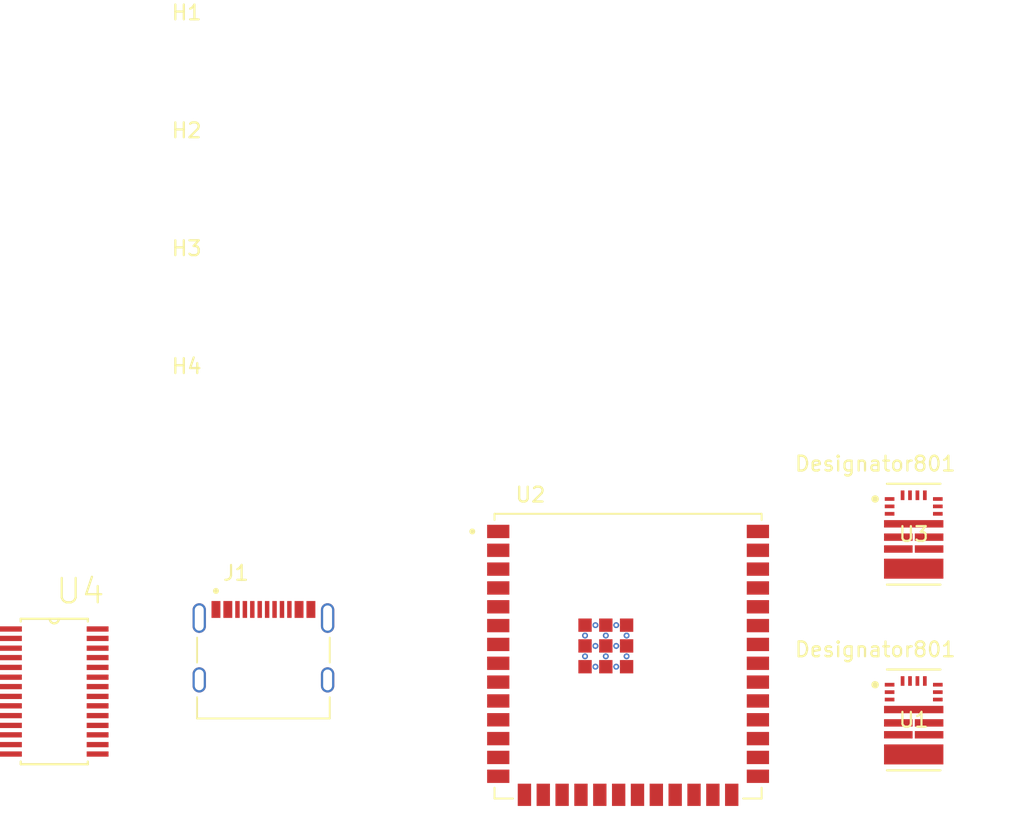
<source format=kicad_pcb>
(kicad_pcb (version 20241229) (generator "pcbnew") (generator_version "9.0")
  (layers (0 "F.Cu" signal) (4 "In1.Cu" signal) (6 "In2.Cu" signal) (2 "B.Cu" signal) (13 "F.Paste" user) (15 "B.Paste" user) (5 "F.SilkS" user "F.Silkscreen") (7 "B.SilkS" user "B.Silkscreen") (1 "F.Mask" user) (3 "B.Mask" user) (25 "Edge.Cuts" user))
  (net 0 "")
  (net 83 "Net-(J1-SHIELD-PadS1)")
  (net 85 "Net-(J1-VBUS-PadA4_B9)")
  (net 88 "Net-(J1-GND-PadA1_B12)")
  (footprint "DRV8245H-Q1:RXZ0016A-MFG" (layer "F.Cu") (at 103.5 71.675001)
    (property "Reference" "U3" (at 0 0 0) (layer "F.SilkS"))
    (property "Value" "DRV8245HQRXZRQ1")
    (fp_line (start -1.799999 -3.400001) (end 1.799999 -3.400001) (stroke (width 0.15)) (layer "F.SilkS"))
    (fp_line (start -1.799999 3.400001) (end 1.799999 3.400001) (stroke (width 0.15)) (layer "F.SilkS"))
    (fp_circle (center -2.6 -2.374999) (end -2.474999 -2.374999) (stroke (width 0.25)) (fill no) (layer "F.SilkS"))
    (fp_text user "Designator801" (at -2.5908 -4.7498 0) (layer "F.SilkS"))
    (pad "1" smd rect (at -1.625001 -2.374999 90) (size 0.249999 0.650001) (layers "F.Cu" "F.Mask" "F.Paste"))
    (pad "2" smd rect (at -1.625001 -1.875 90) (size 0.249999 0.650001) (layers "F.Cu" "F.Mask" "F.Paste"))
    (pad "3" smd rect (at -1.625001 -1.375001 90) (size 0.249999 0.650001) (layers "F.Cu" "F.Mask" "F.Paste"))
    (pad "4" smd rect (at 0 -0.700001) (size 4 0.499999) (layers "F.Cu"))
    (pad "5" smd rect (at -1.037501 0.2) (size 1.925 0.499999) (layers "F.Cu"))
    (pad "6" smd rect (at -1.037501 1.000001) (size 1.925 0.499999) (layers "F.Cu"))
    (pad "7" smd rect (at 0 2.324999) (size 4 1.35) (layers "F.Cu"))
    (pad "8" smd rect (at 1.037501 1.000001) (size 1.925 0.499999) (layers "F.Cu"))
    (pad "9" smd rect (at 1.037501 0.2) (size 1.925 0.499999) (layers "F.Cu"))
    (pad "10" smd rect (at 1.625001 -1.375001 90) (size 0.249999 0.650001) (layers "F.Cu" "F.Mask" "F.Paste"))
    (pad "11" smd rect (at 1.625001 -1.875 90) (size 0.249999 0.650001) (layers "F.Cu" "F.Mask" "F.Paste"))
    (pad "12" smd rect (at 1.625001 -2.374999 90) (size 0.249999 0.650001) (layers "F.Cu" "F.Mask" "F.Paste"))
    (pad "13" smd rect (at 0.750001 -2.625001) (size 0.249999 0.650001) (layers "F.Cu" "F.Mask" "F.Paste"))
    (pad "14" smd rect (at 0.25 -2.625001) (size 0.249999 0.650001) (layers "F.Cu" "F.Mask" "F.Paste"))
    (pad "15" smd rect (at -0.25 -2.625001) (size 0.249999 0.650001) (layers "F.Cu" "F.Mask" "F.Paste"))
    (pad "16" smd rect (at -0.750001 -2.625001) (size 0.249999 0.650001) (layers "F.Cu" "F.Mask" "F.Paste"))
  )
  (footprint "MountingHole:MountingHole_3.2mm_M3" (layer "F.Cu") (at 54.5 40.65)
    (property "Reference" "H1" (at 0 -4.15 0) (layer "F.SilkS"))
    (property "Value" "MountingHole")
    (pad "" np_thru_hole circle (at 0 0) (size 3.2 3.2) (drill 3.2) (layers "*.Cu" "*.Mask"))
  )
  (footprint "DRV8245H-Q1:RXZ0016A-MFG" (layer "F.Cu") (at 103.5 84.200001)
    (property "Reference" "U1" (at 0 0 0) (layer "F.SilkS"))
    (property "Value" "DRV8245HQRXZRQ1")
    (fp_line (start -1.799999 -3.400001) (end 1.799999 -3.400001) (stroke (width 0.15)) (layer "F.SilkS"))
    (fp_line (start -1.799999 3.400001) (end 1.799999 3.400001) (stroke (width 0.15)) (layer "F.SilkS"))
    (fp_circle (center -2.6 -2.374999) (end -2.474999 -2.374999) (stroke (width 0.25)) (fill no) (layer "F.SilkS"))
    (fp_text user "Designator801" (at -2.5908 -4.7498 0) (layer "F.SilkS"))
    (pad "1" smd rect (at -1.625001 -2.374999 90) (size 0.249999 0.650001) (layers "F.Cu" "F.Mask" "F.Paste"))
    (pad "2" smd rect (at -1.625001 -1.875 90) (size 0.249999 0.650001) (layers "F.Cu" "F.Mask" "F.Paste"))
    (pad "3" smd rect (at -1.625001 -1.375001 90) (size 0.249999 0.650001) (layers "F.Cu" "F.Mask" "F.Paste"))
    (pad "4" smd rect (at 0 -0.700001) (size 4 0.499999) (layers "F.Cu"))
    (pad "5" smd rect (at -1.037501 0.2) (size 1.925 0.499999) (layers "F.Cu"))
    (pad "6" smd rect (at -1.037501 1.000001) (size 1.925 0.499999) (layers "F.Cu"))
    (pad "7" smd rect (at 0 2.324999) (size 4 1.35) (layers "F.Cu"))
    (pad "8" smd rect (at 1.037501 1.000001) (size 1.925 0.499999) (layers "F.Cu"))
    (pad "9" smd rect (at 1.037501 0.2) (size 1.925 0.499999) (layers "F.Cu"))
    (pad "10" smd rect (at 1.625001 -1.375001 90) (size 0.249999 0.650001) (layers "F.Cu" "F.Mask" "F.Paste"))
    (pad "11" smd rect (at 1.625001 -1.875 90) (size 0.249999 0.650001) (layers "F.Cu" "F.Mask" "F.Paste"))
    (pad "12" smd rect (at 1.625001 -2.374999 90) (size 0.249999 0.650001) (layers "F.Cu" "F.Mask" "F.Paste"))
    (pad "13" smd rect (at 0.750001 -2.625001) (size 0.249999 0.650001) (layers "F.Cu" "F.Mask" "F.Paste"))
    (pad "14" smd rect (at 0.25 -2.625001) (size 0.249999 0.650001) (layers "F.Cu" "F.Mask" "F.Paste"))
    (pad "15" smd rect (at -0.25 -2.625001) (size 0.249999 0.650001) (layers "F.Cu" "F.Mask" "F.Paste"))
    (pad "16" smd rect (at -0.750001 -2.625001) (size 0.249999 0.650001) (layers "F.Cu" "F.Mask" "F.Paste"))
  )
  (footprint "MountingHole:MountingHole_3.2mm_M3" (layer "F.Cu") (at 54.5 48.6)
    (property "Reference" "H2" (at 0 -4.15 0) (layer "F.SilkS"))
    (property "Value" "MountingHole")
    (pad "" np_thru_hole circle (at 0 0) (size 3.2 3.2) (drill 3.2) (layers "*.Cu" "*.Mask"))
  )
  (footprint "Type C Connector:HRO_TYPE-C-31-M-12" (layer "F.Cu") (at 59.675 81.5)
    (property "Reference" "J1" (at -1.85 -7.205 0) (layer "F.SilkS"))
    (property "Value" "TYPE-C-31-M-12")
    (fp_line (start -4.47 -2.85) (end -4.47 -1.17) (stroke (width 0.127)) (layer "F.SilkS"))
    (fp_line (start -4.47 2.6) (end -4.47 1.17) (stroke (width 0.127)) (layer "F.SilkS"))
    (fp_line (start -4.47 2.6) (end 4.47 2.6) (stroke (width 0.127)) (layer "F.SilkS"))
    (fp_line (start 4.47 -2.85) (end 4.47 -1.17) (stroke (width 0.127)) (layer "F.SilkS"))
    (fp_line (start 4.47 2.6) (end 4.47 1.17) (stroke (width 0.127)) (layer "F.SilkS"))
    (fp_circle (center -3.2 -6) (end -3.1 -6) (stroke (width 0.2)) (fill no) (layer "F.SilkS"))
    (pad "" np_thru_hole circle (at -2.89 -3.68) (size 0.6 0.6) (drill 0.6) (layers "*.Cu" "*.Mask"))
    (pad "" np_thru_hole circle (at 2.89 -3.68) (size 0.6 0.6) (drill 0.6) (layers "*.Cu" "*.Mask"))
    (pad "A1_B12" smd rect (at -3.2 -4.75) (size 0.6 1.14) (layers "F.Cu" "F.Paste") (net 88 "Net-(J1-GND-PadA1_B12)"))
    (pad "A4_B9" smd rect (at -2.4 -4.75) (size 0.6 1.14) (layers "F.Cu" "F.Paste") (net 85 "Net-(J1-VBUS-PadA4_B9)"))
    (pad "A5" smd rect (at -1.25 -4.75) (size 0.3 1.14) (layers "F.Cu" "F.Paste"))
    (pad "A6" smd rect (at -0.25 -4.75) (size 0.3 1.14) (layers "F.Cu" "F.Paste"))
    (pad "A7" smd rect (at 0.25 -4.75) (size 0.3 1.14) (layers "F.Cu" "F.Paste"))
    (pad "A8" smd rect (at 1.25 -4.75) (size 0.3 1.14) (layers "F.Cu" "F.Paste"))
    (pad "B1_A12" smd rect (at 3.2 -4.75) (size 0.6 1.14) (layers "F.Cu" "F.Paste") (net 88 "Net-(J1-GND-PadA1_B12)"))
    (pad "B4_A9" smd rect (at 2.4 -4.75) (size 0.6 1.14) (layers "F.Cu" "F.Paste") (net 85 "Net-(J1-VBUS-PadA4_B9)"))
    (pad "B5" smd rect (at 1.75 -4.75) (size 0.3 1.14) (layers "F.Cu" "F.Paste"))
    (pad "B6" smd rect (at 0.75 -4.75) (size 0.3 1.14) (layers "F.Cu" "F.Paste"))
    (pad "B7" smd rect (at -0.75 -4.75) (size 0.3 1.14) (layers "F.Cu" "F.Paste"))
    (pad "B8" smd rect (at -1.75 -4.75) (size 0.3 1.14) (layers "F.Cu" "F.Paste"))
    (pad "S1" thru_hole oval (at -4.325 -4.17) (size 0.9 2) (drill oval 0.6 1.7) (layers "*.Cu" "*.Mask") (net 83 "Net-(J1-SHIELD-PadS1)"))
    (pad "S2" thru_hole oval (at 4.325 -4.17) (size 0.9 2) (drill oval 0.6 1.7) (layers "*.Cu" "*.Mask") (net 83 "Net-(J1-SHIELD-PadS1)"))
    (pad "S3" thru_hole oval (at -4.325 0) (size 0.9 1.7) (drill oval 0.6 1.4) (layers "*.Cu" "*.Mask") (net 83 "Net-(J1-SHIELD-PadS1)"))
    (pad "S4" thru_hole oval (at 4.325 0) (size 0.9 1.7) (drill oval 0.6 1.4) (layers "*.Cu" "*.Mask") (net 83 "Net-(J1-SHIELD-PadS1)"))
  )
  (footprint "MountingHole:MountingHole_3.2mm_M3" (layer "F.Cu") (at 54.5 64.5)
    (property "Reference" "H4" (at 0 -4.15 0) (layer "F.SilkS"))
    (property "Value" "MountingHole")
    (pad "" np_thru_hole circle (at 0 0) (size 3.2 3.2) (drill 3.2) (layers "*.Cu" "*.Mask"))
  )
  (footprint "MountingHole:MountingHole_3.2mm_M3" (layer "F.Cu") (at 54.5 56.55)
    (property "Reference" "H3" (at 0 -4.15 0) (layer "F.SilkS"))
    (property "Value" "MountingHole")
    (pad "" np_thru_hole circle (at 0 0) (size 3.2 3.2) (drill 3.2) (layers "*.Cu" "*.Mask"))
  )
  (footprint "PCA9685 PWM Servo Driver:SOP65P640X110-28N" (layer "F.Cu") (at 45.579 82.2836)
    (property "Reference" "U4" (at 1.75556 -6.76773 0) (layer "F.SilkS") (effects (font (size 1.642756 1.642756))))
    (property "Value" "PCA9685PW_118")
    (fp_line (start -2.2606 -4.9022) (end -2.2606 -4.7244) (stroke (width 0.1524)) (layer "F.SilkS"))
    (fp_line (start -2.2606 4.7244) (end -2.2606 4.9022) (stroke (width 0.1524)) (layer "F.SilkS"))
    (fp_line (start -2.2606 4.9022) (end 2.2606 4.9022) (stroke (width 0.1524)) (layer "F.SilkS"))
    (fp_line (start -0.3048 -4.9022) (end -2.2606 -4.9022) (stroke (width 0.1524)) (layer "F.SilkS"))
    (fp_line (start 0.3048 -4.9022) (end -0.3048 -4.9022) (stroke (width 0.1524)) (layer "F.SilkS"))
    (fp_line (start 2.2606 -4.9022) (end 0.3048 -4.9022) (stroke (width 0.1524)) (layer "F.SilkS"))
    (fp_line (start 2.2606 -4.7244) (end 2.2606 -4.9022) (stroke (width 0.1524)) (layer "F.SilkS"))
    (fp_line (start 2.2606 4.9022) (end 2.2606 4.7244) (stroke (width 0.1524)) (layer "F.SilkS"))
    (fp_arc (start 0.3048 -4.9022) (mid 0 -4.5974) (end -0.3048 -4.9022) (stroke (width 0.1524)) (layer "F.SilkS"))
    (pad "1" smd rect (at -2.921 -4.2164) (size 1.4732 0.3556) (layers "F.Cu" "F.Mask" "F.Paste"))
    (pad "2" smd rect (at -2.921 -3.5814) (size 1.4732 0.3556) (layers "F.Cu" "F.Mask" "F.Paste"))
    (pad "3" smd rect (at -2.921 -2.921) (size 1.4732 0.3556) (layers "F.Cu" "F.Mask" "F.Paste"))
    (pad "4" smd rect (at -2.921 -2.286) (size 1.4732 0.3556) (layers "F.Cu" "F.Mask" "F.Paste"))
    (pad "5" smd rect (at -2.921 -1.6256) (size 1.4732 0.3556) (layers "F.Cu" "F.Mask" "F.Paste"))
    (pad "6" smd rect (at -2.921 -0.9652) (size 1.4732 0.3556) (layers "F.Cu" "F.Mask" "F.Paste"))
    (pad "7" smd rect (at -2.921 -0.3302) (size 1.4732 0.3556) (layers "F.Cu" "F.Mask" "F.Paste"))
    (pad "8" smd rect (at -2.921 0.3302) (size 1.4732 0.3556) (layers "F.Cu" "F.Mask" "F.Paste"))
    (pad "9" smd rect (at -2.921 0.9652) (size 1.4732 0.3556) (layers "F.Cu" "F.Mask" "F.Paste"))
    (pad "10" smd rect (at -2.921 1.6256) (size 1.4732 0.3556) (layers "F.Cu" "F.Mask" "F.Paste"))
    (pad "11" smd rect (at -2.921 2.286) (size 1.4732 0.3556) (layers "F.Cu" "F.Mask" "F.Paste"))
    (pad "12" smd rect (at -2.921 2.921) (size 1.4732 0.3556) (layers "F.Cu" "F.Mask" "F.Paste"))
    (pad "13" smd rect (at -2.921 3.5814) (size 1.4732 0.3556) (layers "F.Cu" "F.Mask" "F.Paste"))
    (pad "14" smd rect (at -2.921 4.2164) (size 1.4732 0.3556) (layers "F.Cu" "F.Mask" "F.Paste"))
    (pad "15" smd rect (at 2.921 4.2164) (size 1.4732 0.3556) (layers "F.Cu" "F.Mask" "F.Paste"))
    (pad "16" smd rect (at 2.921 3.5814) (size 1.4732 0.3556) (layers "F.Cu" "F.Mask" "F.Paste"))
    (pad "17" smd rect (at 2.921 2.921) (size 1.4732 0.3556) (layers "F.Cu" "F.Mask" "F.Paste"))
    (pad "18" smd rect (at 2.921 2.286) (size 1.4732 0.3556) (layers "F.Cu" "F.Mask" "F.Paste"))
    (pad "19" smd rect (at 2.921 1.6256) (size 1.4732 0.3556) (layers "F.Cu" "F.Mask" "F.Paste"))
    (pad "20" smd rect (at 2.921 0.9652) (size 1.4732 0.3556) (layers "F.Cu" "F.Mask" "F.Paste"))
    (pad "21" smd rect (at 2.921 0.3302) (size 1.4732 0.3556) (layers "F.Cu" "F.Mask" "F.Paste"))
    (pad "22" smd rect (at 2.921 -0.3302) (size 1.4732 0.3556) (layers "F.Cu" "F.Mask" "F.Paste"))
    (pad "23" smd rect (at 2.921 -0.9652) (size 1.4732 0.3556) (layers "F.Cu" "F.Mask" "F.Paste"))
    (pad "24" smd rect (at 2.921 -1.6256) (size 1.4732 0.3556) (layers "F.Cu" "F.Mask" "F.Paste"))
    (pad "25" smd rect (at 2.921 -2.286) (size 1.4732 0.3556) (layers "F.Cu" "F.Mask" "F.Paste"))
    (pad "26" smd rect (at 2.921 -2.921) (size 1.4732 0.3556) (layers "F.Cu" "F.Mask" "F.Paste"))
    (pad "27" smd rect (at 2.921 -3.5814) (size 1.4732 0.3556) (layers "F.Cu" "F.Mask" "F.Paste"))
    (pad "28" smd rect (at 2.921 -4.2164) (size 1.4732 0.3556) (layers "F.Cu" "F.Mask" "F.Paste"))
  )
  (footprint "ESP32-S3-WROOM-N16R8:XCVR_ESP32-S3-WROOM-1U-N16R8" (layer "F.Cu") (at 84.25 79.9)
    (property "Reference" "U2" (at -6.575 -10.885 0) (layer "F.SilkS"))
    (property "Value" "ESP32-S3-WROOM-1U-N16R8")
    (fp_line (start -9 -9.6) (end 9 -9.6) (stroke (width 0.127)) (layer "F.SilkS"))
    (fp_line (start -9 -9.18) (end -9 -9.6) (stroke (width 0.127)) (layer "F.SilkS"))
    (fp_line (start -9 9.6) (end -9 8.87) (stroke (width 0.127)) (layer "F.SilkS"))
    (fp_line (start -7.755 9.6) (end -9 9.6) (stroke (width 0.127)) (layer "F.SilkS"))
    (fp_line (start 9 -9.6) (end 9 -9.18) (stroke (width 0.127)) (layer "F.SilkS"))
    (fp_line (start 9 9.6) (end 7.755 9.6) (stroke (width 0.127)) (layer "F.SilkS"))
    (fp_line (start 9 9.6) (end 9 8.87) (stroke (width 0.127)) (layer "F.SilkS"))
    (fp_circle (center -10.5 -8.41) (end -10.4 -8.41) (stroke (width 0.2)) (fill no) (layer "F.SilkS"))
    (pad "1" smd rect (at -8.75 -8.41) (size 1.5 0.9) (layers "F.Cu" "F.Mask" "F.Paste"))
    (pad "2" smd rect (at -8.75 -7.14) (size 1.5 0.9) (layers "F.Cu" "F.Mask" "F.Paste"))
    (pad "3" smd rect (at -8.75 -5.87) (size 1.5 0.9) (layers "F.Cu" "F.Mask" "F.Paste"))
    (pad "4" smd rect (at -8.75 -4.6) (size 1.5 0.9) (layers "F.Cu" "F.Mask" "F.Paste"))
    (pad "5" smd rect (at -8.75 -3.33) (size 1.5 0.9) (layers "F.Cu" "F.Mask" "F.Paste"))
    (pad "6" smd rect (at -8.75 -2.06) (size 1.5 0.9) (layers "F.Cu" "F.Mask" "F.Paste"))
    (pad "7" smd rect (at -8.75 -0.79) (size 1.5 0.9) (layers "F.Cu" "F.Mask" "F.Paste"))
    (pad "8" smd rect (at -8.75 0.48) (size 1.5 0.9) (layers "F.Cu" "F.Mask" "F.Paste"))
    (pad "9" smd rect (at -8.75 1.75) (size 1.5 0.9) (layers "F.Cu" "F.Mask" "F.Paste"))
    (pad "10" smd rect (at -8.75 3.02) (size 1.5 0.9) (layers "F.Cu" "F.Mask" "F.Paste"))
    (pad "11" smd rect (at -8.75 4.29) (size 1.5 0.9) (layers "F.Cu" "F.Mask" "F.Paste"))
    (pad "12" smd rect (at -8.75 5.56) (size 1.5 0.9) (layers "F.Cu" "F.Mask" "F.Paste"))
    (pad "13" smd rect (at -8.75 6.83) (size 1.5 0.9) (layers "F.Cu" "F.Mask" "F.Paste"))
    (pad "14" smd rect (at -8.75 8.1) (size 1.5 0.9) (layers "F.Cu" "F.Mask" "F.Paste"))
    (pad "15" smd rect (at -6.985 9.35) (size 0.9 1.5) (layers "F.Cu" "F.Mask" "F.Paste"))
    (pad "16" smd rect (at -5.715 9.35) (size 0.9 1.5) (layers "F.Cu" "F.Mask" "F.Paste"))
    (pad "17" smd rect (at -4.445 9.35) (size 0.9 1.5) (layers "F.Cu" "F.Mask" "F.Paste"))
    (pad "18" smd rect (at -3.175 9.35) (size 0.9 1.5) (layers "F.Cu" "F.Mask" "F.Paste"))
    (pad "19" smd rect (at -1.905 9.35) (size 0.9 1.5) (layers "F.Cu" "F.Mask" "F.Paste"))
    (pad "20" smd rect (at -0.635 9.35) (size 0.9 1.5) (layers "F.Cu" "F.Mask" "F.Paste"))
    (pad "21" smd rect (at 0.635 9.35) (size 0.9 1.5) (layers "F.Cu" "F.Mask" "F.Paste"))
    (pad "22" smd rect (at 1.905 9.35) (size 0.9 1.5) (layers "F.Cu" "F.Mask" "F.Paste"))
    (pad "23" smd rect (at 3.175 9.35) (size 0.9 1.5) (layers "F.Cu" "F.Mask" "F.Paste"))
    (pad "24" smd rect (at 4.445 9.35) (size 0.9 1.5) (layers "F.Cu" "F.Mask" "F.Paste"))
    (pad "25" smd rect (at 5.715 9.35) (size 0.9 1.5) (layers "F.Cu" "F.Mask" "F.Paste"))
    (pad "26" smd rect (at 6.985 9.35) (size 0.9 1.5) (layers "F.Cu" "F.Mask" "F.Paste"))
    (pad "27" smd rect (at 8.75 8.1) (size 1.5 0.9) (layers "F.Cu" "F.Mask" "F.Paste"))
    (pad "28" smd rect (at 8.75 6.83) (size 1.5 0.9) (layers "F.Cu" "F.Mask" "F.Paste"))
    (pad "29" smd rect (at 8.75 5.56) (size 1.5 0.9) (layers "F.Cu" "F.Mask" "F.Paste"))
    (pad "30" smd rect (at 8.75 4.29) (size 1.5 0.9) (layers "F.Cu" "F.Mask" "F.Paste"))
    (pad "31" smd rect (at 8.75 3.02) (size 1.5 0.9) (layers "F.Cu" "F.Mask" "F.Paste"))
    (pad "32" smd rect (at 8.75 1.75) (size 1.5 0.9) (layers "F.Cu" "F.Mask" "F.Paste"))
    (pad "33" smd rect (at 8.75 0.48) (size 1.5 0.9) (layers "F.Cu" "F.Mask" "F.Paste"))
    (pad "34" smd rect (at 8.75 -0.79) (size 1.5 0.9) (layers "F.Cu" "F.Mask" "F.Paste"))
    (pad "35" smd rect (at 8.75 -2.06) (size 1.5 0.9) (layers "F.Cu" "F.Mask" "F.Paste"))
    (pad "36" smd rect (at 8.75 -3.33) (size 1.5 0.9) (layers "F.Cu" "F.Mask" "F.Paste"))
    (pad "37" smd rect (at 8.75 -4.6) (size 1.5 0.9) (layers "F.Cu" "F.Mask" "F.Paste"))
    (pad "38" smd rect (at 8.75 -5.87) (size 1.5 0.9) (layers "F.Cu" "F.Mask" "F.Paste"))
    (pad "39" smd rect (at 8.75 -7.14) (size 1.5 0.9) (layers "F.Cu" "F.Mask" "F.Paste"))
    (pad "40" smd rect (at 8.75 -8.41) (size 1.5 0.9) (layers "F.Cu" "F.Mask" "F.Paste"))
    (pad "41_1" smd rect (at -2.9 -2.09) (size 0.9 0.9) (layers "F.Cu" "F.Mask" "F.Paste"))
    (pad "41_2" smd rect (at -1.5 -2.09) (size 0.9 0.9) (layers "F.Cu" "F.Mask" "F.Paste"))
    (pad "41_3" smd rect (at -0.1 -2.09) (size 0.9 0.9) (layers "F.Cu" "F.Mask" "F.Paste"))
    (pad "41_4" smd rect (at -2.9 -0.69) (size 0.9 0.9) (layers "F.Cu" "F.Mask" "F.Paste"))
    (pad "41_5" smd rect (at -1.5 -0.69) (size 0.9 0.9) (layers "F.Cu" "F.Mask" "F.Paste"))
    (pad "41_6" smd rect (at -0.1 -0.69) (size 0.9 0.9) (layers "F.Cu" "F.Mask" "F.Paste"))
    (pad "41_7" smd rect (at -2.9 0.71) (size 0.9 0.9) (layers "F.Cu" "F.Mask" "F.Paste"))
    (pad "41_8" smd rect (at -1.5 0.71) (size 0.9 0.9) (layers "F.Cu" "F.Mask" "F.Paste"))
    (pad "41_9" smd rect (at -0.1 0.71) (size 0.9 0.9) (layers "F.Cu" "F.Mask" "F.Paste"))
    (pad "41_10" thru_hole circle (at -2.2 -2.09) (size 0.4 0.4) (drill 0.2) (layers "*.Cu"))
    (pad "41_11" thru_hole circle (at -0.8 -2.09) (size 0.4 0.4) (drill 0.2) (layers "*.Cu"))
    (pad "41_12" thru_hole circle (at -2.9 -1.39) (size 0.4 0.4) (drill 0.2) (layers "*.Cu"))
    (pad "41_13" thru_hole circle (at -1.5 -1.39) (size 0.4 0.4) (drill 0.2) (layers "*.Cu"))
    (pad "41_14" thru_hole circle (at -0.1 -1.39) (size 0.4 0.4) (drill 0.2) (layers "*.Cu"))
    (pad "41_15" thru_hole circle (at -2.2 -0.69) (size 0.4 0.4) (drill 0.2) (layers "*.Cu"))
    (pad "41_16" thru_hole circle (at -0.8 -0.69) (size 0.4 0.4) (drill 0.2) (layers "*.Cu"))
    (pad "41_17" thru_hole circle (at -2.9 0.01) (size 0.4 0.4) (drill 0.2) (layers "*.Cu"))
    (pad "41_18" thru_hole circle (at -1.5 0.01) (size 0.4 0.4) (drill 0.2) (layers "*.Cu"))
    (pad "41_19" thru_hole circle (at -0.1 0.01) (size 0.4 0.4) (drill 0.2) (layers "*.Cu"))
    (pad "41_20" thru_hole circle (at -2.2 0.71) (size 0.4 0.4) (drill 0.2) (layers "*.Cu"))
    (pad "41_21" thru_hole circle (at -0.8 0.71) (size 0.4 0.4) (drill 0.2) (layers "*.Cu"))
  )
)
</source>
